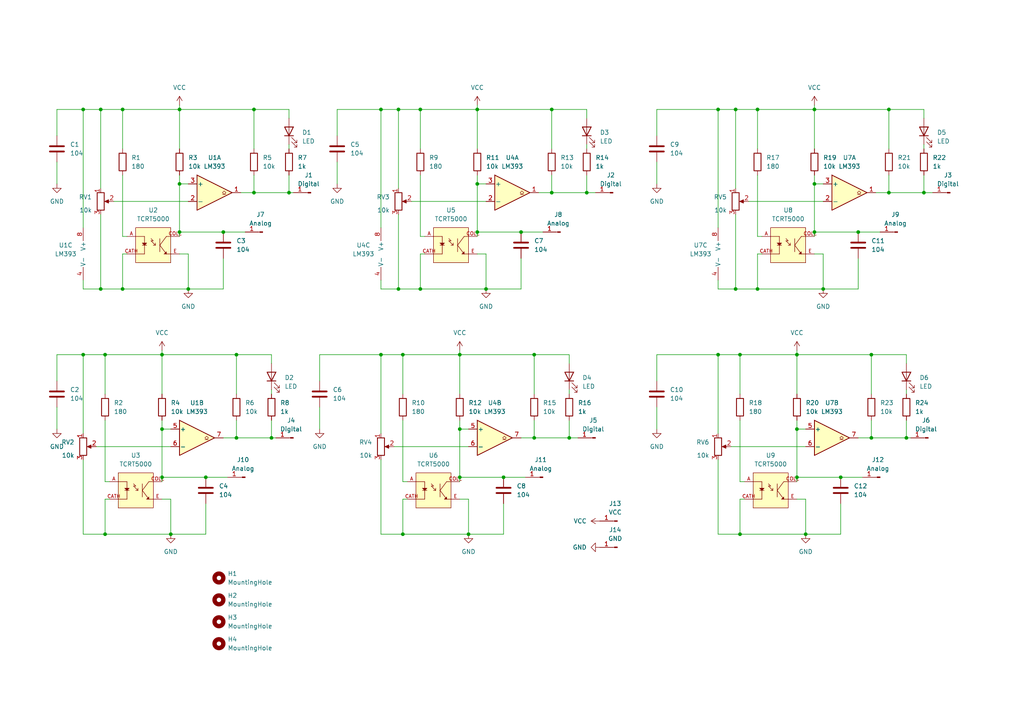
<source format=kicad_sch>
(kicad_sch (version 20230121) (generator eeschema)
  (paper "A4")
  (lib_symbols
    (symbol "Comparator:LM393" (pin_names (offset 0.127))
      (property "Reference" "U" (at 3.81 3.81 0))
      (property "Value" "LM393" (at 6.35 -3.81 0))
      (symbol "LM393_1_1"
        (polyline (pts (xy -5.08 5.08) (xy 5.08 0) (xy -5.08 -5.08) (xy -5.08 5.08)) (stroke (width 0.254)) (fill (type background)))
        (polyline (pts (xy 3.302 -0.508) (xy 2.794 -0.508) (xy 3.302 0) (xy 2.794 0.508) (xy 2.286 0) (xy 2.794 -0.508) (xy 2.286 -0.508)) (stroke (width 0.127)))
        (pin open_collector line (at 7.62 0 180) (length 2.54) (name "~") (number "1"))
        (pin input line (at -7.62 -2.54 0) (length 2.54) (name "-") (number "2"))
        (pin input line (at -7.62 2.54 0) (length 2.54) (name "+") (number "3"))
      )
      (symbol "LM393_2_1"
        (polyline (pts (xy -5.08 5.08) (xy 5.08 0) (xy -5.08 -5.08) (xy -5.08 5.08)) (stroke (width 0.254)) (fill (type background)))
        (polyline (pts (xy 3.302 -0.508) (xy 2.794 -0.508) (xy 3.302 0) (xy 2.794 0.508) (xy 2.286 0) (xy 2.794 -0.508) (xy 2.286 -0.508)) (stroke (width 0.127)))
        (pin input line (at -7.62 2.54 0) (length 2.54) (name "+") (number "5"))
        (pin input line (at -7.62 -2.54 0) (length 2.54) (name "-") (number "6"))
        (pin open_collector line (at 7.62 0 180) (length 2.54) (name "~") (number "7"))
      )
      (symbol "LM393_3_1"
        (pin power_in line (at -2.54 -7.62 90) (length 3.81) (name "V-") (number "4"))
        (pin power_in line (at -2.54 7.62 270) (length 3.81) (name "V+") (number "8"))
      )
    )
    (symbol "Connector:Conn_01x01_Pin" (pin_names (offset 1.016) hide)
      (property "Reference" "J" (at 0 2.54 0))
      (property "Value" "Conn_01x01_Pin" (at 0 -2.54 0))
      (symbol "Conn_01x01_Pin_1_1"
        (polyline (pts (xy 1.27 0) (xy 0.8636 0)) (stroke (width 0.1524)))
        (rectangle (start 0.8636 0.127) (end 0 -0.127) (stroke (width 0.1524)) (fill (type outline)))
        (pin passive line (at 5.08 0 180) (length 3.81) (name "Pin_1") (number "1"))
      )
    )
    (symbol "Device:C" (pin_numbers hide) (pin_names (offset 0.254))
      (property "Reference" "C" (at 0.635 2.54 0))
      (property "Value" "C" (at 0.635 -2.54 0))
      (symbol "C_0_1"
        (polyline (pts (xy -2.032 -0.762) (xy 2.032 -0.762)) (stroke (width 0.508)))
        (polyline (pts (xy -2.032 0.762) (xy 2.032 0.762)) (stroke (width 0.508)))
      )
      (symbol "C_1_1"
        (pin passive line (at 0 3.81 270) (length 2.794) (name "~") (number "1"))
        (pin passive line (at 0 -3.81 90) (length 2.794) (name "~") (number "2"))
      )
    )
    (symbol "Device:LED" (pin_numbers hide) (pin_names (offset 1.016) hide)
      (property "Reference" "D" (at 0 2.54 0))
      (property "Value" "LED" (at 0 -2.54 0))
      (symbol "LED_0_1"
        (polyline (pts (xy -1.27 -1.27) (xy -1.27 1.27)) (stroke (width 0.254)))
        (polyline (pts (xy -1.27 0) (xy 1.27 0)))
        (polyline (pts (xy 1.27 -1.27) (xy 1.27 1.27) (xy -1.27 0) (xy 1.27 -1.27)) (stroke (width 0.254)))
        (polyline (pts (xy -3.048 -0.762) (xy -4.572 -2.286) (xy -3.81 -2.286) (xy -4.572 -2.286) (xy -4.572 -1.524)))
        (polyline (pts (xy -1.778 -0.762) (xy -3.302 -2.286) (xy -2.54 -2.286) (xy -3.302 -2.286) (xy -3.302 -1.524)))
      )
      (symbol "LED_1_1"
        (pin passive line (at -3.81 0 0) (length 2.54) (name "K") (number "1"))
        (pin passive line (at 3.81 0 180) (length 2.54) (name "A") (number "2"))
      )
    )
    (symbol "Device:R" (pin_numbers hide) (pin_names (offset 0))
      (property "Reference" "R" (at 2.032 0 90))
      (property "Value" "R" (at 0 0 90))
      (symbol "R_0_1"
        (rectangle (start -1.016 -2.54) (end 1.016 2.54) (stroke (width 0.254)))
      )
      (symbol "R_1_1"
        (pin passive line (at 0 3.81 270) (length 1.27) (name "~") (number "1"))
        (pin passive line (at 0 -3.81 90) (length 1.27) (name "~") (number "2"))
      )
    )
    (symbol "Device:R_Potentiometer" (pin_names (offset 1.016) hide)
      (property "Reference" "RV" (at -4.445 0 90))
      (property "Value" "R_Potentiometer" (at -2.54 0 90))
      (symbol "R_Potentiometer_0_1"
        (polyline (pts (xy 2.54 0) (xy 1.524 0)))
        (polyline (pts (xy 1.143 0) (xy 2.286 0.508) (xy 2.286 -0.508) (xy 1.143 0)) (fill (type outline)))
        (rectangle (start 1.016 2.54) (end -1.016 -2.54) (stroke (width 0.254)))
      )
      (symbol "R_Potentiometer_1_1"
        (pin passive line (at 0 3.81 270) (length 1.27) (name "1") (number "1"))
        (pin passive line (at 3.81 0 180) (length 1.27) (name "2") (number "2"))
        (pin passive line (at 0 -3.81 90) (length 1.27) (name "3") (number "3"))
      )
    )
    (symbol "GND_5" (power) (pin_names (offset 0))
      (property "Value" "GND_5" (at 0 -3.81 0))
      (symbol "GND_5_0_1"
        (polyline (pts (xy 0 0) (xy 0 -1.27) (xy 1.27 -1.27) (xy 0 -2.54) (xy -1.27 -1.27) (xy 0 -1.27)))
      )
      (symbol "GND_5_1_1"
        (pin power_in line (at 0 0 270) (length 0) hide (name "GND") (number "1"))
      )
    )
    (symbol "Mechanical:MountingHole" (pin_names (offset 1.016))
      (property "Reference" "H" (at 0 5.08 0))
      (property "Value" "MountingHole" (at 0 3.175 0))
      (symbol "MountingHole_0_1"
        (circle (center 0 0) (radius 1.27) (stroke (width 1.27)))
      )
    )
    (symbol "TCRT5000:TCRT5000" (pin_names (offset 1.016))
      (property "Reference" "U" (at -5.0887 5.7248 0))
      (property "Value" "TCRT5000" (at -5.0838 -5.7193 0))
      (symbol "TCRT5000_0_0"
        (rectangle (start -5.08 -5.08) (end 5.08 5.08) (stroke (width 0.1524)) (fill (type background)))
        (polyline (pts (xy -5.08 2.54) (xy -2.54 2.54)) (stroke (width 0.1524)))
        (polyline (pts (xy -3.175 0) (xy -1.905 0)) (stroke (width 0.1524)))
        (polyline (pts (xy -2.54 -2.54) (xy -5.08 -2.54)) (stroke (width 0.1524)))
        (polyline (pts (xy -2.54 2.54) (xy -2.54 -2.54)) (stroke (width 0.1524)))
        (polyline (pts (xy -0.635 1.27) (xy 0.635 0)) (stroke (width 0.1524)))
        (polyline (pts (xy -0.635 1.905) (xy 0 1.27)) (stroke (width 0.1524)))
        (polyline (pts (xy 0 1.27) (xy -0.635 1.27)) (stroke (width 0.1524)))
        (polyline (pts (xy 0.635 0) (xy 0 0)) (stroke (width 0.1524)))
        (polyline (pts (xy 0.635 0.635) (xy 0.635 0)) (stroke (width 0.1524)))
        (polyline (pts (xy 1.905 0) (xy 1.905 -1.905)) (stroke (width 0.1524)))
        (polyline (pts (xy 1.905 0) (xy 3.81 -2.54)) (stroke (width 0.1524)))
        (polyline (pts (xy 1.905 0) (xy 3.81 2.54)) (stroke (width 0.1524)))
        (polyline (pts (xy 1.905 1.905) (xy 1.905 0)) (stroke (width 0.1524)))
        (polyline (pts (xy 3.81 -2.54) (xy 5.08 -2.54)) (stroke (width 0.1524)))
        (polyline (pts (xy 3.81 2.54) (xy 5.08 2.54)) (stroke (width 0.1524)))
        (polyline (pts (xy -3.175 0.635) (xy -1.905 0.635) (xy -2.54 0) (xy -3.175 0.635)) (stroke (width 0.1524)) (fill (type outline)))
        (polyline (pts (xy 3.175 -2.54) (xy 3.81 -2.54) (xy 3.81 -1.905) (xy 3.175 -2.54)) (stroke (width 0.1524)) (fill (type outline)))
        (pin passive line (at -7.62 2.54 0) (length 2.54) (name "~") (number "A"))
        (pin passive line (at -7.62 -2.54 0) (length 2.54) (name "~") (number "CATH"))
        (pin passive line (at 7.62 2.54 180) (length 2.54) (name "~") (number "COLL"))
        (pin passive line (at 7.62 -2.54 180) (length 2.54) (name "~") (number "E"))
      )
    )
    (symbol "power:VCC" (power) (pin_names (offset 0))
      (property "Value" "VCC" (at 0 3.81 0))
      (symbol "VCC_0_1"
        (polyline (pts (xy -0.762 1.27) (xy 0 2.54)))
        (polyline (pts (xy 0 0) (xy 0 2.54)))
        (polyline (pts (xy 0 2.54) (xy 0.762 1.27)))
      )
      (symbol "VCC_1_1"
        (pin power_in line (at 0 0 90) (length 0) hide (name "VCC") (number "1"))
      )
    )
  )
  (junction (at 236.22 53.34))
  (junction (at 146.05 138.43))
  (junction (at 49.53 154.94))
  (junction (at 110.49 31.75))
  (junction (at 138.43 53.34))
  (junction (at 121.92 31.75))
  (junction (at 154.94 127))
  (junction (at 160.02 31.75))
  (junction (at 115.57 83.82))
  (junction (at 213.36 83.82))
  (junction (at 46.99 138.43))
  (junction (at 231.14 124.46))
  (junction (at 252.73 127))
  (junction (at 257.81 55.88))
  (junction (at 262.89 127))
  (junction (at 68.58 102.87))
  (junction (at 52.07 31.75))
  (junction (at 213.36 31.75))
  (junction (at 24.13 102.87))
  (junction (at 35.56 31.75))
  (junction (at 59.69 138.43))
  (junction (at 52.07 67.31))
  (junction (at 214.63 102.87))
  (junction (at 115.57 31.75))
  (junction (at 252.73 102.87))
  (junction (at 121.92 83.82))
  (junction (at 116.84 154.94))
  (junction (at 214.63 154.94))
  (junction (at 236.22 31.75))
  (junction (at 236.22 67.31))
  (junction (at 238.76 83.82))
  (junction (at 243.84 138.43))
  (junction (at 208.28 102.87))
  (junction (at 54.61 83.82))
  (junction (at 116.84 102.87))
  (junction (at 133.35 102.87))
  (junction (at 68.58 127))
  (junction (at 73.66 31.75))
  (junction (at 231.14 138.43))
  (junction (at 73.66 55.88))
  (junction (at 133.35 124.46))
  (junction (at 248.92 67.31))
  (junction (at 154.94 102.87))
  (junction (at 165.1 127))
  (junction (at 267.97 55.88))
  (junction (at 170.18 55.88))
  (junction (at 35.56 83.82))
  (junction (at 78.74 127))
  (junction (at 46.99 124.46))
  (junction (at 46.99 102.87))
  (junction (at 151.13 67.31))
  (junction (at 29.21 31.75))
  (junction (at 110.49 102.87))
  (junction (at 138.43 67.31))
  (junction (at 231.14 102.87))
  (junction (at 52.07 53.34))
  (junction (at 64.77 67.31))
  (junction (at 138.43 31.75))
  (junction (at 30.48 154.94))
  (junction (at 233.68 154.94))
  (junction (at 133.35 138.43))
  (junction (at 160.02 55.88))
  (junction (at 140.97 83.82))
  (junction (at 29.21 83.82))
  (junction (at 208.28 31.75))
  (junction (at 219.71 31.75))
  (junction (at 257.81 31.75))
  (junction (at 24.13 31.75))
  (junction (at 30.48 102.87))
  (junction (at 135.89 154.94))
  (junction (at 219.71 83.82))
  (junction (at 83.82 55.88))
  (wire (pts (xy 73.66 55.88) (xy 73.66 50.8)))
  (wire (pts (xy 24.13 31.75) (xy 24.13 66.04)))
  (wire (pts (xy 215.9 144.78) (xy 214.63 144.78)))
  (wire (pts (xy 154.94 127) (xy 165.1 127)))
  (wire (pts (xy 52.07 50.8) (xy 52.07 53.34)))
  (wire (pts (xy 267.97 31.75) (xy 267.97 34.29)))
  (wire (pts (xy 170.18 31.75) (xy 160.02 31.75)))
  (wire (pts (xy 46.99 102.87) (xy 46.99 114.3)))
  (wire (pts (xy 115.57 83.82) (xy 121.92 83.82)))
  (wire (pts (xy 138.43 31.75) (xy 121.92 31.75)))
  (wire (pts (xy 30.48 102.87) (xy 30.48 114.3)))
  (wire (pts (xy 170.18 50.8) (xy 170.18 55.88)))
  (wire (pts (xy 151.13 67.31) (xy 138.43 67.31)))
  (wire (pts (xy 59.69 138.43) (xy 66.04 138.43)))
  (wire (pts (xy 151.13 83.82) (xy 140.97 83.82)))
  (wire (pts (xy 252.73 127) (xy 262.89 127)))
  (wire (pts (xy 16.51 110.49) (xy 16.51 102.87)))
  (wire (pts (xy 214.63 144.78) (xy 214.63 154.94)))
  (wire (pts (xy 236.22 53.34) (xy 236.22 67.31)))
  (wire (pts (xy 213.36 62.23) (xy 213.36 83.82)))
  (wire (pts (xy 267.97 55.88) (xy 270.51 55.88)))
  (wire (pts (xy 212.09 129.54) (xy 233.68 129.54)))
  (wire (pts (xy 219.71 50.8) (xy 219.71 68.58)))
  (wire (pts (xy 146.05 146.05) (xy 146.05 154.94)))
  (wire (pts (xy 248.92 67.31) (xy 255.27 67.31)))
  (wire (pts (xy 151.13 67.31) (xy 157.48 67.31)))
  (wire (pts (xy 52.07 30.48) (xy 52.07 31.75)))
  (wire (pts (xy 257.81 55.88) (xy 257.81 50.8)))
  (wire (pts (xy 30.48 121.92) (xy 30.48 139.7)))
  (wire (pts (xy 35.56 31.75) (xy 29.21 31.75)))
  (wire (pts (xy 170.18 31.75) (xy 170.18 34.29)))
  (wire (pts (xy 170.18 41.91) (xy 170.18 43.18)))
  (wire (pts (xy 121.92 83.82) (xy 140.97 83.82)))
  (wire (pts (xy 262.89 127) (xy 264.16 127)))
  (wire (pts (xy 110.49 154.94) (xy 116.84 154.94)))
  (wire (pts (xy 46.99 124.46) (xy 46.99 138.43)))
  (wire (pts (xy 138.43 30.48) (xy 138.43 31.75)))
  (wire (pts (xy 160.02 31.75) (xy 138.43 31.75)))
  (wire (pts (xy 46.99 121.92) (xy 46.99 124.46)))
  (wire (pts (xy 92.71 102.87) (xy 110.49 102.87)))
  (wire (pts (xy 73.66 55.88) (xy 83.82 55.88)))
  (wire (pts (xy 54.61 73.66) (xy 52.07 73.66)))
  (wire (pts (xy 231.14 138.43) (xy 231.14 139.7)))
  (wire (pts (xy 83.82 31.75) (xy 73.66 31.75)))
  (wire (pts (xy 252.73 102.87) (xy 231.14 102.87)))
  (wire (pts (xy 16.51 118.11) (xy 16.51 124.46)))
  (wire (pts (xy 140.97 53.34) (xy 138.43 53.34)))
  (wire (pts (xy 252.73 102.87) (xy 252.73 114.3)))
  (wire (pts (xy 52.07 31.75) (xy 52.07 43.18)))
  (wire (pts (xy 160.02 55.88) (xy 160.02 50.8)))
  (wire (pts (xy 46.99 101.6) (xy 46.99 102.87)))
  (wire (pts (xy 248.92 67.31) (xy 236.22 67.31)))
  (wire (pts (xy 257.81 31.75) (xy 257.81 43.18)))
  (wire (pts (xy 121.92 68.58) (xy 123.19 68.58)))
  (wire (pts (xy 73.66 31.75) (xy 73.66 43.18)))
  (wire (pts (xy 35.56 73.66) (xy 35.56 83.82)))
  (wire (pts (xy 78.74 121.92) (xy 78.74 127)))
  (wire (pts (xy 133.35 102.87) (xy 133.35 114.3)))
  (wire (pts (xy 217.17 58.42) (xy 238.76 58.42)))
  (wire (pts (xy 52.07 53.34) (xy 52.07 67.31)))
  (wire (pts (xy 49.53 124.46) (xy 46.99 124.46)))
  (wire (pts (xy 236.22 31.75) (xy 219.71 31.75)))
  (wire (pts (xy 231.14 102.87) (xy 214.63 102.87)))
  (wire (pts (xy 231.14 102.87) (xy 231.14 114.3)))
  (wire (pts (xy 68.58 127) (xy 68.58 121.92)))
  (wire (pts (xy 31.75 144.78) (xy 30.48 144.78)))
  (wire (pts (xy 133.35 121.92) (xy 133.35 124.46)))
  (wire (pts (xy 78.74 102.87) (xy 78.74 105.41)))
  (wire (pts (xy 78.74 102.87) (xy 68.58 102.87)))
  (wire (pts (xy 243.84 146.05) (xy 243.84 154.94)))
  (wire (pts (xy 135.89 144.78) (xy 133.35 144.78)))
  (wire (pts (xy 160.02 55.88) (xy 170.18 55.88)))
  (wire (pts (xy 116.84 144.78) (xy 116.84 154.94)))
  (wire (pts (xy 165.1 102.87) (xy 154.94 102.87)))
  (wire (pts (xy 165.1 127) (xy 167.64 127)))
  (wire (pts (xy 116.84 154.94) (xy 135.89 154.94)))
  (wire (pts (xy 243.84 154.94) (xy 233.68 154.94)))
  (wire (pts (xy 83.82 50.8) (xy 83.82 55.88)))
  (wire (pts (xy 35.56 31.75) (xy 35.56 43.18)))
  (wire (pts (xy 36.83 73.66) (xy 35.56 73.66)))
  (wire (pts (xy 83.82 31.75) (xy 83.82 34.29)))
  (wire (pts (xy 116.84 102.87) (xy 110.49 102.87)))
  (wire (pts (xy 154.94 127) (xy 154.94 121.92)))
  (wire (pts (xy 121.92 31.75) (xy 121.92 43.18)))
  (wire (pts (xy 154.94 102.87) (xy 133.35 102.87)))
  (wire (pts (xy 214.63 102.87) (xy 208.28 102.87)))
  (wire (pts (xy 46.99 138.43) (xy 46.99 139.7)))
  (wire (pts (xy 16.51 31.75) (xy 24.13 31.75)))
  (wire (pts (xy 165.1 121.92) (xy 165.1 127)))
  (wire (pts (xy 219.71 31.75) (xy 213.36 31.75)))
  (wire (pts (xy 140.97 73.66) (xy 138.43 73.66)))
  (wire (pts (xy 52.07 67.31) (xy 52.07 68.58)))
  (wire (pts (xy 165.1 113.03) (xy 165.1 114.3)))
  (wire (pts (xy 208.28 154.94) (xy 214.63 154.94)))
  (wire (pts (xy 220.98 73.66) (xy 219.71 73.66)))
  (wire (pts (xy 262.89 102.87) (xy 252.73 102.87)))
  (wire (pts (xy 16.51 46.99) (xy 16.51 53.34)))
  (wire (pts (xy 190.5 102.87) (xy 208.28 102.87)))
  (wire (pts (xy 115.57 31.75) (xy 115.57 54.61)))
  (wire (pts (xy 92.71 118.11) (xy 92.71 124.46)))
  (wire (pts (xy 29.21 62.23) (xy 29.21 83.82)))
  (wire (pts (xy 16.51 102.87) (xy 24.13 102.87)))
  (wire (pts (xy 29.21 83.82) (xy 35.56 83.82)))
  (wire (pts (xy 208.28 81.28) (xy 208.28 83.82)))
  (wire (pts (xy 24.13 154.94) (xy 30.48 154.94)))
  (wire (pts (xy 138.43 31.75) (xy 138.43 43.18)))
  (wire (pts (xy 238.76 73.66) (xy 236.22 73.66)))
  (wire (pts (xy 208.28 133.35) (xy 208.28 154.94)))
  (wire (pts (xy 110.49 83.82) (xy 115.57 83.82)))
  (wire (pts (xy 83.82 41.91) (xy 83.82 43.18)))
  (wire (pts (xy 233.68 124.46) (xy 231.14 124.46)))
  (wire (pts (xy 267.97 50.8) (xy 267.97 55.88)))
  (wire (pts (xy 248.92 74.93) (xy 248.92 83.82)))
  (wire (pts (xy 116.84 102.87) (xy 116.84 114.3)))
  (wire (pts (xy 68.58 102.87) (xy 46.99 102.87)))
  (wire (pts (xy 121.92 50.8) (xy 121.92 68.58)))
  (wire (pts (xy 35.56 68.58) (xy 36.83 68.58)))
  (wire (pts (xy 30.48 144.78) (xy 30.48 154.94)))
  (wire (pts (xy 214.63 154.94) (xy 233.68 154.94)))
  (wire (pts (xy 54.61 53.34) (xy 52.07 53.34)))
  (wire (pts (xy 219.71 73.66) (xy 219.71 83.82)))
  (wire (pts (xy 69.85 55.88) (xy 73.66 55.88)))
  (wire (pts (xy 154.94 102.87) (xy 154.94 114.3)))
  (wire (pts (xy 233.68 144.78) (xy 231.14 144.78)))
  (wire (pts (xy 208.28 83.82) (xy 213.36 83.82)))
  (wire (pts (xy 64.77 127) (xy 68.58 127)))
  (wire (pts (xy 97.79 31.75) (xy 110.49 31.75)))
  (wire (pts (xy 116.84 139.7) (xy 118.11 139.7)))
  (wire (pts (xy 27.94 129.54) (xy 49.53 129.54)))
  (wire (pts (xy 219.71 83.82) (xy 238.76 83.82)))
  (wire (pts (xy 156.21 55.88) (xy 160.02 55.88)))
  (wire (pts (xy 83.82 55.88) (xy 85.09 55.88)))
  (wire (pts (xy 160.02 31.75) (xy 160.02 43.18)))
  (wire (pts (xy 252.73 127) (xy 252.73 121.92)))
  (wire (pts (xy 49.53 154.94) (xy 49.53 144.78)))
  (wire (pts (xy 238.76 83.82) (xy 238.76 73.66)))
  (wire (pts (xy 30.48 154.94) (xy 49.53 154.94)))
  (wire (pts (xy 121.92 31.75) (xy 115.57 31.75)))
  (wire (pts (xy 146.05 154.94) (xy 135.89 154.94)))
  (wire (pts (xy 68.58 102.87) (xy 68.58 114.3)))
  (wire (pts (xy 59.69 146.05) (xy 59.69 154.94)))
  (wire (pts (xy 29.21 31.75) (xy 29.21 54.61)))
  (wire (pts (xy 64.77 67.31) (xy 71.12 67.31)))
  (wire (pts (xy 146.05 138.43) (xy 152.4 138.43)))
  (wire (pts (xy 121.92 73.66) (xy 121.92 83.82)))
  (wire (pts (xy 116.84 121.92) (xy 116.84 139.7)))
  (wire (pts (xy 52.07 31.75) (xy 35.56 31.75)))
  (wire (pts (xy 59.69 138.43) (xy 46.99 138.43)))
  (wire (pts (xy 33.02 58.42) (xy 54.61 58.42)))
  (wire (pts (xy 219.71 31.75) (xy 219.71 43.18)))
  (wire (pts (xy 151.13 74.93) (xy 151.13 83.82)))
  (wire (pts (xy 243.84 138.43) (xy 231.14 138.43)))
  (wire (pts (xy 64.77 83.82) (xy 54.61 83.82)))
  (wire (pts (xy 257.81 31.75) (xy 236.22 31.75)))
  (wire (pts (xy 59.69 154.94) (xy 49.53 154.94)))
  (wire (pts (xy 35.56 83.82) (xy 54.61 83.82)))
  (wire (pts (xy 35.56 50.8) (xy 35.56 68.58)))
  (wire (pts (xy 97.79 39.37) (xy 97.79 31.75)))
  (wire (pts (xy 243.84 138.43) (xy 250.19 138.43)))
  (wire (pts (xy 110.49 31.75) (xy 110.49 66.04)))
  (wire (pts (xy 119.38 58.42) (xy 140.97 58.42)))
  (wire (pts (xy 248.92 83.82) (xy 238.76 83.82)))
  (wire (pts (xy 262.89 113.03) (xy 262.89 114.3)))
  (wire (pts (xy 236.22 30.48) (xy 236.22 31.75)))
  (wire (pts (xy 133.35 124.46) (xy 133.35 138.43)))
  (wire (pts (xy 110.49 133.35) (xy 110.49 154.94)))
  (wire (pts (xy 214.63 121.92) (xy 214.63 139.7)))
  (wire (pts (xy 236.22 50.8) (xy 236.22 53.34)))
  (wire (pts (xy 233.68 154.94) (xy 233.68 144.78)))
  (wire (pts (xy 190.5 31.75) (xy 208.28 31.75)))
  (wire (pts (xy 190.5 110.49) (xy 190.5 102.87)))
  (wire (pts (xy 24.13 133.35) (xy 24.13 154.94)))
  (wire (pts (xy 138.43 53.34) (xy 138.43 67.31)))
  (wire (pts (xy 54.61 83.82) (xy 54.61 73.66)))
  (wire (pts (xy 92.71 110.49) (xy 92.71 102.87)))
  (wire (pts (xy 46.99 102.87) (xy 30.48 102.87)))
  (wire (pts (xy 78.74 113.03) (xy 78.74 114.3)))
  (wire (pts (xy 267.97 41.91) (xy 267.97 43.18)))
  (wire (pts (xy 231.14 121.92) (xy 231.14 124.46)))
  (wire (pts (xy 238.76 53.34) (xy 236.22 53.34)))
  (wire (pts (xy 115.57 62.23) (xy 115.57 83.82)))
  (wire (pts (xy 118.11 144.78) (xy 116.84 144.78)))
  (wire (pts (xy 219.71 68.58) (xy 220.98 68.58)))
  (wire (pts (xy 133.35 138.43) (xy 133.35 139.7)))
  (wire (pts (xy 151.13 127) (xy 154.94 127)))
  (wire (pts (xy 138.43 50.8) (xy 138.43 53.34)))
  (wire (pts (xy 114.3 129.54) (xy 135.89 129.54)))
  (wire (pts (xy 30.48 102.87) (xy 24.13 102.87)))
  (wire (pts (xy 213.36 31.75) (xy 208.28 31.75)))
  (wire (pts (xy 110.49 102.87) (xy 110.49 125.73)))
  (wire (pts (xy 190.5 39.37) (xy 190.5 31.75)))
  (wire (pts (xy 78.74 127) (xy 80.01 127)))
  (wire (pts (xy 231.14 124.46) (xy 231.14 138.43)))
  (wire (pts (xy 73.66 31.75) (xy 52.07 31.75)))
  (wire (pts (xy 135.89 154.94) (xy 135.89 144.78)))
  (wire (pts (xy 254 55.88) (xy 257.81 55.88)))
  (wire (pts (xy 97.79 46.99) (xy 97.79 53.34)))
  (wire (pts (xy 213.36 83.82) (xy 219.71 83.82)))
  (wire (pts (xy 16.51 39.37) (xy 16.51 31.75)))
  (wire (pts (xy 208.28 31.75) (xy 208.28 66.04)))
  (wire (pts (xy 214.63 139.7) (xy 215.9 139.7)))
  (wire (pts (xy 214.63 102.87) (xy 214.63 114.3)))
  (wire (pts (xy 133.35 101.6) (xy 133.35 102.87)))
  (wire (pts (xy 248.92 127) (xy 252.73 127)))
  (wire (pts (xy 262.89 102.87) (xy 262.89 105.41)))
  (wire (pts (xy 133.35 102.87) (xy 116.84 102.87)))
  (wire (pts (xy 146.05 138.43) (xy 133.35 138.43)))
  (wire (pts (xy 236.22 31.75) (xy 236.22 43.18)))
  (wire (pts (xy 208.28 102.87) (xy 208.28 125.73)))
  (wire (pts (xy 138.43 67.31) (xy 138.43 68.58)))
  (wire (pts (xy 213.36 31.75) (xy 213.36 54.61)))
  (wire (pts (xy 49.53 144.78) (xy 46.99 144.78)))
  (wire (pts (xy 236.22 67.31) (xy 236.22 68.58)))
  (wire (pts (xy 110.49 81.28) (xy 110.49 83.82)))
  (wire (pts (xy 257.81 55.88) (xy 267.97 55.88)))
  (wire (pts (xy 170.18 55.88) (xy 172.72 55.88)))
  (wire (pts (xy 165.1 102.87) (xy 165.1 105.41)))
  (wire (pts (xy 231.14 101.6) (xy 231.14 102.87)))
  (wire (pts (xy 64.77 67.31) (xy 52.07 67.31)))
  (wire (pts (xy 135.89 124.46) (xy 133.35 124.46)))
  (wire (pts (xy 262.89 121.92) (xy 262.89 127)))
  (wire (pts (xy 64.77 74.93) (xy 64.77 83.82)))
  (wire (pts (xy 190.5 118.11) (xy 190.5 124.46)))
  (wire (pts (xy 24.13 102.87) (xy 24.13 125.73)))
  (wire (pts (xy 140.97 83.82) (xy 140.97 73.66)))
  (wire (pts (xy 24.13 83.82) (xy 29.21 83.82)))
  (wire (pts (xy 190.5 46.99) (xy 190.5 53.34)))
  (wire (pts (xy 267.97 31.75) (xy 257.81 31.75)))
  (wire (pts (xy 29.21 31.75) (xy 24.13 31.75)))
  (wire (pts (xy 68.58 127) (xy 78.74 127)))
  (wire (pts (xy 24.13 81.28) (xy 24.13 83.82)))
  (wire (pts (xy 115.57 31.75) (xy 110.49 31.75)))
  (wire (pts (xy 30.48 139.7) (xy 31.75 139.7)))
  (wire (pts (xy 123.19 73.66) (xy 121.92 73.66)))
  (symbol (lib_id "Device:R") (at 214.63 118.11 0) (unit 1)
    (property "Reference" "R18" (at 217.17 116.84 0) (effects (justify left)))
    (property "Value" "180" (at 217.17 119.38 0) (effects (justify left)))
    (property "Footprint" "Resistor_SMD:R_0805_2012Metric_Pad1.20x1.40mm_HandSolder" (effects hide))
  )
  (symbol (lib_id "Device:C") (at 190.5 43.18 0) (unit 1)
    (property "Reference" "C9" (at 194.31 41.91 0) (effects (justify left)))
    (property "Value" "104" (at 194.31 44.45 0) (effects (justify left)))
    (property "Footprint" "Capacitor_SMD:C_0805_2012Metric_Pad1.18x1.45mm_HandSolder" (effects hide))
  )
  (symbol (lib_id "Connector:Conn_01x01_Pin") (at 71.12 138.43 180) (unit 1)
    (property "Reference" "J10" (at 70.485 133.35 0))
    (property "Value" "Analog" (at 70.485 135.89 0))
    (property "Footprint" "Connector_PinHeader_2.54mm:PinHeader_1x01_P2.54mm_Vertical" (effects hide))
  )
  (symbol (lib_id "TCRT5000:TCRT5000") (at 223.52 142.24 0) (unit 1)
    (property "Reference" "U9" (at 223.52 132.08 0))
    (property "Value" "TCRT5000" (at 223.52 134.62 0))
    (property "Footprint" "Custom:TCRT5000" (effects hide))
    (property "MF" "Vishay" (effects hide))
    (property "MAXIMUM_PACKAGE_HEIGHT" "7.2mm" (effects hide))
    (property "Package" "TCRT5000 Vishay" (effects hide))
    (property "Price" "None" (effects hide))
    (property "Check_prices" "https://www.snapeda.com/parts/TCRT5000/Vishay+Semiconductor+Opto+Division/view-part/?ref=eda" (effects hide))
    (property "STANDARD" "Manufacturer recommendations" (effects hide))
    (property "PARTREV" "1.7" (effects hide))
    (property "SnapEDA_Link" "https://www.snapeda.com/parts/TCRT5000/Vishay+Semiconductor+Opto+Division/view-part/?ref=snap" (effects hide))
    (property "MP" "TCRT5000" (effects hide))
    (property "Purchase-URL" "https://www.snapeda.com/api/url_track_click_mouser/?unipart_id=885229&manufacturer=Vishay&part_name=TCRT5000&search_term=tcrt5000" (effects hide))
    (property "Description" "\nReflective Optical Sensor 0.591 (15mm) PCB Mount\n" (effects hide))
    (property "Availability" "In Stock" (effects hide))
    (property "MANUFACTURER" "Vishay" (effects hide))
  )
  (symbol (lib_id "Comparator:LM393") (at 148.59 55.88 0) (unit 1)
    (property "Reference" "U4" (at 148.59 45.72 0))
    (property "Value" "LM393" (at 148.59 48.26 0))
    (property "Footprint" "Package_SO:SO-8_3.9x4.9mm_P1.27mm" (effects hide))
    (property "Datasheet" "http://www.ti.com/lit/ds/symlink/lm393.pdf" (effects hide))
  )
  (symbol (lib_id "Mechanical:MountingHole") (at 63.5 167.64 0) (unit 1)
    (property "Reference" "H1" (at 66.04 166.37 0) (effects (justify left)))
    (property "Value" "MountingHole" (at 66.04 168.91 0) (effects (justify left)))
    (property "Footprint" "MountingHole:MountingHole_2.2mm_M2" (effects hide))
  )
  (symbol (lib_id "TCRT5000:TCRT5000") (at 130.81 71.12 0) (unit 1)
    (property "Reference" "U5" (at 130.81 60.96 0))
    (property "Value" "TCRT5000" (at 130.81 63.5 0))
    (property "Footprint" "Custom:TCRT5000" (effects hide))
    (property "MF" "Vishay" (effects hide))
    (property "MAXIMUM_PACKAGE_HEIGHT" "7.2mm" (effects hide))
    (property "Package" "TCRT5000 Vishay" (effects hide))
    (property "Price" "None" (effects hide))
    (property "Check_prices" "https://www.snapeda.com/parts/TCRT5000/Vishay+Semiconductor+Opto+Division/view-part/?ref=eda" (effects hide))
    (property "STANDARD" "Manufacturer recommendations" (effects hide))
    (property "PARTREV" "1.7" (effects hide))
    (property "SnapEDA_Link" "https://www.snapeda.com/parts/TCRT5000/Vishay+Semiconductor+Opto+Division/view-part/?ref=snap" (effects hide))
    (property "MP" "TCRT5000" (effects hide))
    (property "Purchase-URL" "https://www.snapeda.com/api/url_track_click_mouser/?unipart_id=885229&manufacturer=Vishay&part_name=TCRT5000&search_term=tcrt5000" (effects hide))
    (property "Description" "\nReflective Optical Sensor 0.591 (15mm) PCB Mount\n" (effects hide))
    (property "Availability" "In Stock" (effects hide))
    (property "MANUFACTURER" "Vishay" (effects hide))
  )
  (symbol (lib_id "Device:C") (at 59.69 142.24 0) (unit 1)
    (property "Reference" "C4" (at 63.5 140.97 0) (effects (justify left)))
    (property "Value" "104" (at 63.5 143.51 0) (effects (justify left)))
    (property "Footprint" "Capacitor_SMD:C_0805_2012Metric_Pad1.18x1.45mm_HandSolder" (effects hide))
  )
  (symbol (lib_id "Device:R") (at 165.1 118.11 0) (unit 1)
    (property "Reference" "R16" (at 167.64 116.84 0) (effects (justify left)))
    (property "Value" "1k" (at 167.64 119.38 0) (effects (justify left)))
    (property "Footprint" "Resistor_SMD:R_0805_2012Metric_Pad1.20x1.40mm_HandSolder" (effects hide))
  )
  (symbol (lib_name "GND_5") (lib_id "power:GND") (at 97.79 53.34 0) (unit 1)
    (property "Reference" "#PWR07" (effects hide))
    (property "Value" "GND" (at 97.79 58.42 0))
  )
  (symbol (lib_id "TCRT5000:TCRT5000") (at 39.37 142.24 0) (unit 1)
    (property "Reference" "U3" (at 39.37 132.08 0))
    (property "Value" "TCRT5000" (at 39.37 134.62 0))
    (property "Footprint" "Custom:TCRT5000" (effects hide))
    (property "MF" "Vishay" (effects hide))
    (property "MAXIMUM_PACKAGE_HEIGHT" "7.2mm" (effects hide))
    (property "Package" "TCRT5000 Vishay" (effects hide))
    (property "Price" "None" (effects hide))
    (property "Check_prices" "https://www.snapeda.com/parts/TCRT5000/Vishay+Semiconductor+Opto+Division/view-part/?ref=eda" (effects hide))
    (property "STANDARD" "Manufacturer recommendations" (effects hide))
    (property "PARTREV" "1.7" (effects hide))
    (property "SnapEDA_Link" "https://www.snapeda.com/parts/TCRT5000/Vishay+Semiconductor+Opto+Division/view-part/?ref=snap" (effects hide))
    (property "MP" "TCRT5000" (effects hide))
    (property "Purchase-URL" "https://www.snapeda.com/api/url_track_click_mouser/?unipart_id=885229&manufacturer=Vishay&part_name=TCRT5000&search_term=tcrt5000" (effects hide))
    (property "Description" "\nReflective Optical Sensor 0.591 (15mm) PCB Mount\n" (effects hide))
    (property "Availability" "In Stock" (effects hide))
    (property "MANUFACTURER" "Vishay" (effects hide))
  )
  (symbol (lib_id "Device:R") (at 257.81 46.99 0) (unit 1)
    (property "Reference" "R21" (at 260.35 45.72 0) (effects (justify left)))
    (property "Value" "10k" (at 260.35 48.26 0) (effects (justify left)))
    (property "Footprint" "Resistor_SMD:R_0805_2012Metric_Pad1.20x1.40mm_HandSolder" (effects hide))
  )
  (symbol (lib_id "Device:R") (at 121.92 46.99 0) (unit 1)
    (property "Reference" "R9" (at 124.46 45.72 0) (effects (justify left)))
    (property "Value" "180" (at 124.46 48.26 0) (effects (justify left)))
    (property "Footprint" "Resistor_SMD:R_0805_2012Metric_Pad1.20x1.40mm_HandSolder" (effects hide))
  )
  (symbol (lib_id "Device:C") (at 243.84 142.24 0) (unit 1)
    (property "Reference" "C12" (at 247.65 140.97 0) (effects (justify left)))
    (property "Value" "104" (at 247.65 143.51 0) (effects (justify left)))
    (property "Footprint" "Capacitor_SMD:C_0805_2012Metric_Pad1.18x1.45mm_HandSolder" (effects hide))
  )
  (symbol (lib_id "Connector:Conn_01x01_Pin") (at 177.8 55.88 180) (unit 1)
    (property "Reference" "J2" (at 177.165 50.8 0))
    (property "Value" "Digital" (at 177.165 53.34 0))
    (property "Footprint" "Connector_PinHeader_2.54mm:PinHeader_1x01_P2.54mm_Vertical" (effects hide))
  )
  (symbol (lib_name "GND_5") (lib_id "power:GND") (at 54.61 83.82 0) (unit 1)
    (property "Reference" "#PWR04" (effects hide))
    (property "Value" "GND" (at 54.61 88.9 0))
  )
  (symbol (lib_id "Device:C") (at 146.05 142.24 0) (unit 1)
    (property "Reference" "C8" (at 149.86 140.97 0) (effects (justify left)))
    (property "Value" "104" (at 149.86 143.51 0) (effects (justify left)))
    (property "Footprint" "Capacitor_SMD:C_0805_2012Metric_Pad1.18x1.45mm_HandSolder" (effects hide))
  )
  (symbol (lib_id "Comparator:LM393") (at 210.82 73.66 0) (unit 3)
    (property "Reference" "U7" (at 203.2 71.12 0))
    (property "Value" "LM393" (at 203.2 73.66 0))
    (property "Footprint" "Package_SO:SO-8_3.9x4.9mm_P1.27mm" (effects hide))
    (property "Datasheet" "http://www.ti.com/lit/ds/symlink/lm393.pdf" (effects hide))
  )
  (symbol (lib_id "power:VCC") (at 133.35 101.6 0) (unit 1)
    (property "Reference" "#PWR011" (effects hide))
    (property "Value" "VCC" (at 133.35 96.52 0))
  )
  (symbol (lib_id "Device:R") (at 35.56 46.99 0) (unit 1)
    (property "Reference" "R1" (at 38.1 45.72 0) (effects (justify left)))
    (property "Value" "180" (at 38.1 48.26 0) (effects (justify left)))
    (property "Footprint" "Resistor_SMD:R_0805_2012Metric_Pad1.20x1.40mm_HandSolder" (effects hide))
  )
  (symbol (lib_id "Connector:Conn_01x01_Pin") (at 90.17 55.88 180) (unit 1)
    (property "Reference" "J1" (at 89.535 50.8 0))
    (property "Value" "Digital" (at 89.535 53.34 0))
    (property "Footprint" "Connector_PinHeader_2.54mm:PinHeader_1x01_P2.54mm_Vertical" (effects hide))
  )
  (symbol (lib_id "Device:R") (at 133.35 118.11 0) (unit 1)
    (property "Reference" "R12" (at 135.89 116.84 0) (effects (justify left)))
    (property "Value" "10k" (at 135.89 119.38 0) (effects (justify left)))
    (property "Footprint" "Resistor_SMD:R_0805_2012Metric_Pad1.20x1.40mm_HandSolder" (effects hide))
  )
  (symbol (lib_id "Device:R") (at 73.66 46.99 0) (unit 1)
    (property "Reference" "R5" (at 76.2 45.72 0) (effects (justify left)))
    (property "Value" "10k" (at 76.2 48.26 0) (effects (justify left)))
    (property "Footprint" "Resistor_SMD:R_0805_2012Metric_Pad1.20x1.40mm_HandSolder" (effects hide))
  )
  (symbol (lib_id "Connector:Conn_01x01_Pin") (at 76.2 67.31 180) (unit 1)
    (property "Reference" "J7" (at 75.565 62.23 0))
    (property "Value" "Analog" (at 75.565 64.77 0))
    (property "Footprint" "Connector_PinHeader_2.54mm:PinHeader_1x01_P2.54mm_Vertical" (effects hide))
  )
  (symbol (lib_id "TCRT5000:TCRT5000") (at 125.73 142.24 0) (unit 1)
    (property "Reference" "U6" (at 125.73 132.08 0))
    (property "Value" "TCRT5000" (at 125.73 134.62 0))
    (property "Footprint" "Custom:TCRT5000" (effects hide))
    (property "MF" "Vishay" (effects hide))
    (property "MAXIMUM_PACKAGE_HEIGHT" "7.2mm" (effects hide))
    (property "Package" "TCRT5000 Vishay" (effects hide))
    (property "Price" "None" (effects hide))
    (property "Check_prices" "https://www.snapeda.com/parts/TCRT5000/Vishay+Semiconductor+Opto+Division/view-part/?ref=eda" (effects hide))
    (property "STANDARD" "Manufacturer recommendations" (effects hide))
    (property "PARTREV" "1.7" (effects hide))
    (property "SnapEDA_Link" "https://www.snapeda.com/parts/TCRT5000/Vishay+Semiconductor+Opto+Division/view-part/?ref=snap" (effects hide))
    (property "MP" "TCRT5000" (effects hide))
    (property "Purchase-URL" "https://www.snapeda.com/api/url_track_click_mouser/?unipart_id=885229&manufacturer=Vishay&part_name=TCRT5000&search_term=tcrt5000" (effects hide))
    (property "Description" "\nReflective Optical Sensor 0.591 (15mm) PCB Mount\n" (effects hide))
    (property "Availability" "In Stock" (effects hide))
    (property "MANUFACTURER" "Vishay" (effects hide))
  )
  (symbol (lib_id "Device:R_Potentiometer") (at 208.28 129.54 0) (unit 1)
    (property "Reference" "RV6" (at 205.74 128.27 0) (effects (justify right)))
    (property "Value" "10k" (at 205.74 132.08 0) (effects (justify right)))
    (property "Footprint" "Potentiometer_THT:Potentiometer_Bourns_3296W_Vertical" (effects hide))
  )
  (symbol (lib_name "GND_5") (lib_id "power:GND") (at 190.5 124.46 0) (unit 1)
    (property "Reference" "#PWR014" (effects hide))
    (property "Value" "GND" (at 190.5 129.54 0))
  )
  (symbol (lib_id "Device:R") (at 30.48 118.11 0) (unit 1)
    (property "Reference" "R2" (at 33.02 116.84 0) (effects (justify left)))
    (property "Value" "180" (at 33.02 119.38 0) (effects (justify left)))
    (property "Footprint" "Resistor_SMD:R_0805_2012Metric_Pad1.20x1.40mm_HandSolder" (effects hide))
  )
  (symbol (lib_name "GND_5") (lib_id "power:GND") (at 16.51 124.46 0) (unit 1)
    (property "Reference" "#PWR02" (effects hide))
    (property "Value" "GND" (at 16.51 129.54 0))
  )
  (symbol (lib_id "Connector:Conn_01x01_Pin") (at 275.59 55.88 180) (unit 1)
    (property "Reference" "J3" (at 274.955 50.8 0))
    (property "Value" "Digital" (at 274.955 53.34 0))
    (property "Footprint" "Connector_PinHeader_2.54mm:PinHeader_1x01_P2.54mm_Vertical" (effects hide))
  )
  (symbol (lib_id "Device:R") (at 231.14 118.11 0) (unit 1)
    (property "Reference" "R20" (at 233.68 116.84 0) (effects (justify left)))
    (property "Value" "10k" (at 233.68 119.38 0) (effects (justify left)))
    (property "Footprint" "Resistor_SMD:R_0805_2012Metric_Pad1.20x1.40mm_HandSolder" (effects hide))
  )
  (symbol (lib_name "GND_5") (lib_id "power:GND") (at 49.53 154.94 0) (unit 1)
    (property "Reference" "#PWR06" (effects hide))
    (property "Value" "GND" (at 49.53 160.02 0))
  )
  (symbol (lib_id "Device:LED") (at 262.89 109.22 90) (unit 1)
    (property "Reference" "D6" (at 266.7 109.5375 90) (effects (justify right)))
    (property "Value" "LED" (at 266.7 112.0775 90) (effects (justify right)))
    (property "Footprint" "LED_SMD:LED_0805_2012Metric_Pad1.15x1.40mm_HandSolder" (effects hide))
  )
  (symbol (lib_id "Connector:Conn_01x01_Pin") (at 255.27 138.43 180) (unit 1)
    (property "Reference" "J12" (at 254.635 133.35 0))
    (property "Value" "Analog" (at 254.635 135.89 0))
    (property "Footprint" "Connector_PinHeader_2.54mm:PinHeader_1x01_P2.54mm_Vertical" (effects hide))
  )
  (symbol (lib_id "Connector:Conn_01x01_Pin") (at 85.09 127 180) (unit 1)
    (property "Reference" "J4" (at 84.455 121.92 0))
    (property "Value" "Digital" (at 84.455 124.46 0))
    (property "Footprint" "Connector_PinHeader_2.54mm:PinHeader_1x01_P2.54mm_Vertical" (effects hide))
  )
  (symbol (lib_id "Device:R_Potentiometer") (at 24.13 129.54 0) (unit 1)
    (property "Reference" "RV2" (at 21.59 128.27 0) (effects (justify right)))
    (property "Value" "10k" (at 21.59 132.08 0) (effects (justify right)))
    (property "Footprint" "Potentiometer_THT:Potentiometer_Bourns_3296W_Vertical" (effects hide))
  )
  (symbol (lib_id "Device:LED") (at 83.82 38.1 90) (unit 1)
    (property "Reference" "D1" (at 87.63 38.4175 90) (effects (justify right)))
    (property "Value" "LED" (at 87.63 40.9575 90) (effects (justify right)))
    (property "Footprint" "LED_SMD:LED_0805_2012Metric_Pad1.15x1.40mm_HandSolder" (effects hide))
  )
  (symbol (lib_id "Device:C") (at 16.51 43.18 0) (unit 1)
    (property "Reference" "C1" (at 20.32 41.91 0) (effects (justify left)))
    (property "Value" "104" (at 20.32 44.45 0) (effects (justify left)))
    (property "Footprint" "Capacitor_SMD:C_0805_2012Metric_Pad1.18x1.45mm_HandSolder" (effects hide))
  )
  (symbol (lib_id "Device:R") (at 267.97 46.99 0) (unit 1)
    (property "Reference" "R22" (at 270.51 45.72 0) (effects (justify left)))
    (property "Value" "1k" (at 270.51 48.26 0) (effects (justify left)))
    (property "Footprint" "Resistor_SMD:R_0805_2012Metric_Pad1.20x1.40mm_HandSolder" (effects hide))
  )
  (symbol (lib_id "Connector:Conn_01x01_Pin") (at 172.72 127 180) (unit 1)
    (property "Reference" "J5" (at 172.085 121.92 0))
    (property "Value" "Digital" (at 172.085 124.46 0))
    (property "Footprint" "Connector_PinHeader_2.54mm:PinHeader_1x01_P2.54mm_Vertical" (effects hide))
  )
  (symbol (lib_id "Comparator:LM393") (at 143.51 127 0) (unit 2)
    (property "Reference" "U4" (at 143.51 116.84 0))
    (property "Value" "LM393" (at 143.51 119.38 0))
    (property "Footprint" "Package_SO:SO-8_3.9x4.9mm_P1.27mm" (effects hide))
    (property "Datasheet" "http://www.ti.com/lit/ds/symlink/lm393.pdf" (effects hide))
  )
  (symbol (lib_id "Device:R") (at 116.84 118.11 0) (unit 1)
    (property "Reference" "R10" (at 119.38 116.84 0) (effects (justify left)))
    (property "Value" "180" (at 119.38 119.38 0) (effects (justify left)))
    (property "Footprint" "Resistor_SMD:R_0805_2012Metric_Pad1.20x1.40mm_HandSolder" (effects hide))
  )
  (symbol (lib_id "Comparator:LM393") (at 113.03 73.66 0) (unit 3)
    (property "Reference" "U4" (at 105.41 71.12 0))
    (property "Value" "LM393" (at 105.41 73.66 0))
    (property "Footprint" "Package_SO:SO-8_3.9x4.9mm_P1.27mm" (effects hide))
    (property "Datasheet" "http://www.ti.com/lit/ds/symlink/lm393.pdf" (effects hide))
  )
  (symbol (lib_id "Comparator:LM393") (at 241.3 127 0) (unit 2)
    (property "Reference" "U7" (at 241.3 116.84 0))
    (property "Value" "LM393" (at 241.3 119.38 0))
    (property "Footprint" "Package_SO:SO-8_3.9x4.9mm_P1.27mm" (effects hide))
    (property "Datasheet" "http://www.ti.com/lit/ds/symlink/lm393.pdf" (effects hide))
  )
  (symbol (lib_name "GND_5") (lib_id "power:GND") (at 190.5 53.34 0) (unit 1)
    (property "Reference" "#PWR013" (effects hide))
    (property "Value" "GND" (at 190.5 58.42 0))
  )
  (symbol (lib_id "Comparator:LM393") (at 62.23 55.88 0) (unit 1)
    (property "Reference" "U1" (at 62.23 45.72 0))
    (property "Value" "LM393" (at 62.23 48.26 0))
    (property "Footprint" "Package_SO:SO-8_3.9x4.9mm_P1.27mm" (effects hide))
    (property "Datasheet" "http://www.ti.com/lit/ds/symlink/lm393.pdf" (effects hide))
  )
  (symbol (lib_id "Device:C") (at 16.51 114.3 0) (unit 1)
    (property "Reference" "C2" (at 20.32 113.03 0) (effects (justify left)))
    (property "Value" "104" (at 20.32 115.57 0) (effects (justify left)))
    (property "Footprint" "Capacitor_SMD:C_0805_2012Metric_Pad1.18x1.45mm_HandSolder" (effects hide))
  )
  (symbol (lib_id "Device:C") (at 92.71 114.3 0) (unit 1)
    (property "Reference" "C6" (at 96.52 113.03 0) (effects (justify left)))
    (property "Value" "104" (at 96.52 115.57 0) (effects (justify left)))
    (property "Footprint" "Capacitor_SMD:C_0805_2012Metric_Pad1.18x1.45mm_HandSolder" (effects hide))
  )
  (symbol (lib_id "Device:R") (at 160.02 46.99 0) (unit 1)
    (property "Reference" "R13" (at 162.56 45.72 0) (effects (justify left)))
    (property "Value" "10k" (at 162.56 48.26 0) (effects (justify left)))
    (property "Footprint" "Resistor_SMD:R_0805_2012Metric_Pad1.20x1.40mm_HandSolder" (effects hide))
  )
  (symbol (lib_id "Mechanical:MountingHole") (at 63.5 173.99 0) (unit 1)
    (property "Reference" "H2" (at 66.04 172.72 0) (effects (justify left)))
    (property "Value" "MountingHole" (at 66.04 175.26 0) (effects (justify left)))
    (property "Footprint" "MountingHole:MountingHole_2.2mm_M2" (effects hide))
  )
  (symbol (lib_name "GND_5") (lib_id "power:GND") (at 233.68 154.94 0) (unit 1)
    (property "Reference" "#PWR018" (effects hide))
    (property "Value" "GND" (at 233.68 160.02 0))
  )
  (symbol (lib_id "power:VCC") (at 236.22 30.48 0) (unit 1)
    (property "Reference" "#PWR015" (effects hide))
    (property "Value" "VCC" (at 236.22 25.4 0))
  )
  (symbol (lib_id "Device:R") (at 46.99 118.11 0) (unit 1)
    (property "Reference" "R4" (at 49.53 116.84 0) (effects (justify left)))
    (property "Value" "10k" (at 49.53 119.38 0) (effects (justify left)))
    (property "Footprint" "Resistor_SMD:R_0805_2012Metric_Pad1.20x1.40mm_HandSolder" (effects hide))
  )
  (symbol (lib_id "Device:LED") (at 170.18 38.1 90) (unit 1)
    (property "Reference" "D3" (at 173.99 38.4175 90) (effects (justify right)))
    (property "Value" "LED" (at 173.99 40.9575 90) (effects (justify right)))
    (property "Footprint" "LED_SMD:LED_0805_2012Metric_Pad1.15x1.40mm_HandSolder" (effects hide))
  )
  (symbol (lib_name "GND_5") (lib_id "power:GND") (at 92.71 124.46 0) (unit 1)
    (property "Reference" "#PWR08" (effects hide))
    (property "Value" "GND" (at 92.71 129.54 0))
  )
  (symbol (lib_name "GND_5") (lib_id "power:GND") (at 173.99 158.75 270) (unit 1)
    (property "Reference" "#PWR020" (effects hide))
    (property "Value" "GND" (at 170.18 158.75 90) (effects (justify right)))
  )
  (symbol (lib_id "Connector:Conn_01x01_Pin") (at 162.56 67.31 180) (unit 1)
    (property "Reference" "J8" (at 161.925 62.23 0))
    (property "Value" "Analog" (at 161.925 64.77 0))
    (property "Footprint" "Connector_PinHeader_2.54mm:PinHeader_1x01_P2.54mm_Vertical" (effects hide))
  )
  (symbol (lib_id "Device:C") (at 97.79 43.18 0) (unit 1)
    (property "Reference" "C5" (at 101.6 41.91 0) (effects (justify left)))
    (property "Value" "104" (at 101.6 44.45 0) (effects (justify left)))
    (property "Footprint" "Capacitor_SMD:C_0805_2012Metric_Pad1.18x1.45mm_HandSolder" (effects hide))
  )
  (symbol (lib_id "Device:R") (at 262.89 118.11 0) (unit 1)
    (property "Reference" "R24" (at 265.43 116.84 0) (effects (justify left)))
    (property "Value" "1k" (at 265.43 119.38 0) (effects (justify left)))
    (property "Footprint" "Resistor_SMD:R_0805_2012Metric_Pad1.20x1.40mm_HandSolder" (effects hide))
  )
  (symbol (lib_id "power:VCC") (at 46.99 101.6 0) (unit 1)
    (property "Reference" "#PWR05" (effects hide))
    (property "Value" "VCC" (at 46.99 96.52 0))
  )
  (symbol (lib_id "Device:R_Potentiometer") (at 213.36 58.42 0) (unit 1)
    (property "Reference" "RV5" (at 210.82 57.15 0) (effects (justify right)))
    (property "Value" "10k" (at 210.82 60.96 0) (effects (justify right)))
    (property "Footprint" "Potentiometer_THT:Potentiometer_Bourns_3296W_Vertical" (effects hide))
  )
  (symbol (lib_id "Device:C") (at 248.92 71.12 0) (unit 1)
    (property "Reference" "C11" (at 252.73 69.85 0) (effects (justify left)))
    (property "Value" "104" (at 252.73 72.39 0) (effects (justify left)))
    (property "Footprint" "Capacitor_SMD:C_0805_2012Metric_Pad1.18x1.45mm_HandSolder" (effects hide))
  )
  (symbol (lib_id "Comparator:LM393") (at 57.15 127 0) (unit 2)
    (property "Reference" "U1" (at 57.15 116.84 0))
    (property "Value" "LM393" (at 57.15 119.38 0))
    (property "Footprint" "Package_SO:SO-8_3.9x4.9mm_P1.27mm" (effects hide))
    (property "Datasheet" "http://www.ti.com/lit/ds/symlink/lm393.pdf" (effects hide))
  )
  (symbol (lib_id "Connector:Conn_01x01_Pin") (at 269.24 127 180) (unit 1)
    (property "Reference" "J6" (at 268.605 121.92 0))
    (property "Value" "Digital" (at 268.605 124.46 0))
    (property "Footprint" "Connector_PinHeader_2.54mm:PinHeader_1x01_P2.54mm_Vertical" (effects hide))
  )
  (symbol (lib_name "GND_5") (lib_id "power:GND") (at 238.76 83.82 0) (unit 1)
    (property "Reference" "#PWR016" (effects hide))
    (property "Value" "GND" (at 238.76 88.9 0))
  )
  (symbol (lib_id "Connector:Conn_01x01_Pin") (at 157.48 138.43 180) (unit 1)
    (property "Reference" "J11" (at 156.845 133.35 0))
    (property "Value" "Analog" (at 156.845 135.89 0))
    (property "Footprint" "Connector_PinHeader_2.54mm:PinHeader_1x01_P2.54mm_Vertical" (effects hide))
  )
  (symbol (lib_id "power:VCC") (at 231.14 101.6 0) (unit 1)
    (property "Reference" "#PWR017" (effects hide))
    (property "Value" "VCC" (at 231.14 96.52 0))
  )
  (symbol (lib_name "GND_5") (lib_id "power:GND") (at 135.89 154.94 0) (unit 1)
    (property "Reference" "#PWR012" (effects hide))
    (property "Value" "GND" (at 135.89 160.02 0))
  )
  (symbol (lib_id "Device:R_Potentiometer") (at 115.57 58.42 0) (unit 1)
    (property "Reference" "RV3" (at 113.03 57.15 0) (effects (justify right)))
    (property "Value" "10k" (at 113.03 60.96 0) (effects (justify right)))
    (property "Footprint" "Potentiometer_THT:Potentiometer_Bourns_3296W_Vertical" (effects hide))
  )
  (symbol (lib_id "Device:R") (at 138.43 46.99 0) (unit 1)
    (property "Reference" "R11" (at 140.97 45.72 0) (effects (justify left)))
    (property "Value" "10k" (at 140.97 48.26 0) (effects (justify left)))
    (property "Footprint" "Resistor_SMD:R_0805_2012Metric_Pad1.20x1.40mm_HandSolder" (effects hide))
  )
  (symbol (lib_id "Device:R") (at 154.94 118.11 0) (unit 1)
    (property "Reference" "R15" (at 157.48 116.84 0) (effects (justify left)))
    (property "Value" "10k" (at 157.48 119.38 0) (effects (justify left)))
    (property "Footprint" "Resistor_SMD:R_0805_2012Metric_Pad1.20x1.40mm_HandSolder" (effects hide))
  )
  (symbol (lib_id "Device:C") (at 151.13 71.12 0) (unit 1)
    (property "Reference" "C7" (at 154.94 69.85 0) (effects (justify left)))
    (property "Value" "104" (at 154.94 72.39 0) (effects (justify left)))
    (property "Footprint" "Capacitor_SMD:C_0805_2012Metric_Pad1.18x1.45mm_HandSolder" (effects hide))
  )
  (symbol (lib_id "power:VCC") (at 52.07 30.48 0) (unit 1)
    (property "Reference" "#PWR03" (effects hide))
    (property "Value" "VCC" (at 52.07 25.4 0))
  )
  (symbol (lib_name "GND_5") (lib_id "power:GND") (at 16.51 53.34 0) (unit 1)
    (property "Reference" "#PWR01" (effects hide))
    (property "Value" "GND" (at 16.51 58.42 0))
  )
  (symbol (lib_id "Comparator:LM393") (at 246.38 55.88 0) (unit 1)
    (property "Reference" "U7" (at 246.38 45.72 0))
    (property "Value" "LM393" (at 246.38 48.26 0))
    (property "Footprint" "Package_SO:SO-8_3.9x4.9mm_P1.27mm" (effects hide))
    (property "Datasheet" "http://www.ti.com/lit/ds/symlink/lm393.pdf" (effects hide))
  )
  (symbol (lib_id "Device:C") (at 190.5 114.3 0) (unit 1)
    (property "Reference" "C10" (at 194.31 113.03 0) (effects (justify left)))
    (property "Value" "104" (at 194.31 115.57 0) (effects (justify left)))
    (property "Footprint" "Capacitor_SMD:C_0805_2012Metric_Pad1.18x1.45mm_HandSolder" (effects hide))
  )
  (symbol (lib_id "Mechanical:MountingHole") (at 63.5 180.34 0) (unit 1)
    (property "Reference" "H3" (at 66.04 179.07 0) (effects (justify left)))
    (property "Value" "MountingHole" (at 66.04 181.61 0) (effects (justify left)))
    (property "Footprint" "MountingHole:MountingHole_2.2mm_M2" (effects hide))
  )
  (symbol (lib_id "power:VCC") (at 138.43 30.48 0) (unit 1)
    (property "Reference" "#PWR09" (effects hide))
    (property "Value" "VCC" (at 138.43 25.4 0))
  )
  (symbol (lib_id "Device:R") (at 68.58 118.11 0) (unit 1)
    (property "Reference" "R6" (at 71.12 116.84 0) (effects (justify left)))
    (property "Value" "10k" (at 71.12 119.38 0) (effects (justify left)))
    (property "Footprint" "Resistor_SMD:R_0805_2012Metric_Pad1.20x1.40mm_HandSolder" (effects hide))
  )
  (symbol (lib_id "Connector:Conn_01x01_Pin") (at 179.07 151.13 180) (unit 1)
    (property "Reference" "J13" (at 178.435 146.05 0))
    (property "Value" "VCC" (at 178.435 148.59 0))
    (property "Footprint" "Connector_PinHeader_2.54mm:PinHeader_1x01_P2.54mm_Vertical" (effects hide))
  )
  (symbol (lib_id "Device:LED") (at 78.74 109.22 90) (unit 1)
    (property "Reference" "D2" (at 82.55 109.5375 90) (effects (justify right)))
    (property "Value" "LED" (at 82.55 112.0775 90) (effects (justify right)))
    (property "Footprint" "LED_SMD:LED_0805_2012Metric_Pad1.15x1.40mm_HandSolder" (effects hide))
  )
  (symbol (lib_id "power:VCC") (at 173.99 151.13 90) (unit 1)
    (property "Reference" "#PWR019" (effects hide))
    (property "Value" "VCC" (at 170.18 151.13 90) (effects (justify left)))
  )
  (symbol (lib_id "Device:LED") (at 165.1 109.22 90) (unit 1)
    (property "Reference" "D4" (at 168.91 109.5375 90) (effects (justify right)))
    (property "Value" "LED" (at 168.91 112.0775 90) (effects (justify right)))
    (property "Footprint" "LED_SMD:LED_0805_2012Metric_Pad1.15x1.40mm_HandSolder" (effects hide))
  )
  (symbol (lib_id "Device:R") (at 252.73 118.11 0) (unit 1)
    (property "Reference" "R23" (at 255.27 116.84 0) (effects (justify left)))
    (property "Value" "10k" (at 255.27 119.38 0) (effects (justify left)))
    (property "Footprint" "Resistor_SMD:R_0805_2012Metric_Pad1.20x1.40mm_HandSolder" (effects hide))
  )
  (symbol (lib_id "Comparator:LM393") (at 26.67 73.66 0) (unit 3)
    (property "Reference" "U1" (at 19.05 71.12 0))
    (property "Value" "LM393" (at 19.05 73.66 0))
    (property "Footprint" "Package_SO:SO-8_3.9x4.9mm_P1.27mm" (effects hide))
    (property "Datasheet" "http://www.ti.com/lit/ds/symlink/lm393.pdf" (effects hide))
  )
  (symbol (lib_id "Device:R") (at 236.22 46.99 0) (unit 1)
    (property "Reference" "R19" (at 238.76 45.72 0) (effects (justify left)))
    (property "Value" "10k" (at 238.76 48.26 0) (effects (justify left)))
    (property "Footprint" "Resistor_SMD:R_0805_2012Metric_Pad1.20x1.40mm_HandSolder" (effects hide))
  )
  (symbol (lib_id "Device:R") (at 170.18 46.99 0) (unit 1)
    (property "Reference" "R14" (at 172.72 45.72 0) (effects (justify left)))
    (property "Value" "1k" (at 172.72 48.26 0) (effects (justify left)))
    (property "Footprint" "Resistor_SMD:R_0805_2012Metric_Pad1.20x1.40mm_HandSolder" (effects hide))
  )
  (symbol (lib_id "Mechanical:MountingHole") (at 63.5 186.69 0) (unit 1)
    (property "Reference" "H4" (at 66.04 185.42 0) (effects (justify left)))
    (property "Value" "MountingHole" (at 66.04 187.96 0) (effects (justify left)))
    (property "Footprint" "MountingHole:MountingHole_2.2mm_M2" (effects hide))
  )
  (symbol (lib_id "Connector:Conn_01x01_Pin") (at 179.07 158.75 180) (unit 1)
    (property "Reference" "J14" (at 178.435 153.67 0))
    (property "Value" "GND" (at 178.435 156.21 0))
    (property "Footprint" "Connector_PinHeader_2.54mm:PinHeader_1x01_P2.54mm_Vertical" (effects hide))
  )
  (symbol (lib_id "Device:R") (at 52.07 46.99 0) (unit 1)
    (property "Reference" "R3" (at 54.61 45.72 0) (effects (justify left)))
    (property "Value" "10k" (at 54.61 48.26 0) (effects (justify left)))
    (property "Footprint" "Resistor_SMD:R_0805_2012Metric_Pad1.20x1.40mm_HandSolder" (effects hide))
  )
  (symbol (lib_id "Device:R_Potentiometer") (at 29.21 58.42 0) (unit 1)
    (property "Reference" "RV1" (at 26.67 57.15 0) (effects (justify right)))
    (property "Value" "10k" (at 26.67 60.96 0) (effects (justify right)))
    (property "Footprint" "Potentiometer_THT:Potentiometer_Bourns_3296W_Vertical" (effects hide))
  )
  (symbol (lib_id "Device:LED") (at 267.97 38.1 90) (unit 1)
    (property "Reference" "D5" (at 271.78 38.4175 90) (effects (justify right)))
    (property "Value" "LED" (at 271.78 40.9575 90) (effects (justify right)))
    (property "Footprint" "LED_SMD:LED_0805_2012Metric_Pad1.15x1.40mm_HandSolder" (effects hide))
  )
  (symbol (lib_id "Connector:Conn_01x01_Pin") (at 260.35 67.31 180) (unit 1)
    (property "Reference" "J9" (at 259.715 62.23 0))
    (property "Value" "Analog" (at 259.715 64.77 0))
    (property "Footprint" "Connector_PinHeader_2.54mm:PinHeader_1x01_P2.54mm_Vertical" (effects hide))
  )
  (symbol (lib_id "Device:R_Potentiometer") (at 110.49 129.54 0) (unit 1)
    (property "Reference" "RV4" (at 107.95 128.27 0) (effects (justify right)))
    (property "Value" "10k" (at 107.95 132.08 0) (effects (justify right)))
    (property "Footprint" "Potentiometer_THT:Potentiometer_Bourns_3296W_Vertical" (effects hide))
  )
  (symbol (lib_id "Device:R") (at 83.82 46.99 0) (unit 1)
    (property "Reference" "R7" (at 86.36 45.72 0) (effects (justify left)))
    (property "Value" "1k" (at 86.36 48.26 0) (effects (justify left)))
    (property "Footprint" "Resistor_SMD:R_0805_2012Metric_Pad1.20x1.40mm_HandSolder" (effects hide))
  )
  (symbol (lib_id "Device:R") (at 78.74 118.11 0) (unit 1)
    (property "Reference" "R8" (at 81.28 116.84 0) (effects (justify left)))
    (property "Value" "1k" (at 81.28 119.38 0) (effects (justify left)))
    (property "Footprint" "Resistor_SMD:R_0805_2012Metric_Pad1.20x1.40mm_HandSolder" (effects hide))
  )
  (symbol (lib_id "TCRT5000:TCRT5000") (at 228.6 71.12 0) (unit 1)
    (property "Reference" "U8" (at 228.6 60.96 0))
    (property "Value" "TCRT5000" (at 228.6 63.5 0))
    (property "Footprint" "Custom:TCRT5000" (effects hide))
    (property "MF" "Vishay" (effects hide))
    (property "MAXIMUM_PACKAGE_HEIGHT" "7.2mm" (effects hide))
    (property "Package" "TCRT5000 Vishay" (effects hide))
    (property "Price" "None" (effects hide))
    (property "Check_prices" "https://www.snapeda.com/parts/TCRT5000/Vishay+Semiconductor+Opto+Division/view-part/?ref=eda" (effects hide))
    (property "STANDARD" "Manufacturer recommendations" (effects hide))
    (property "PARTREV" "1.7" (effects hide))
    (property "SnapEDA_Link" "https://www.snapeda.com/parts/TCRT5000/Vishay+Semiconductor+Opto+Division/view-part/?ref=snap" (effects hide))
    (property "MP" "TCRT5000" (effects hide))
    (property "Purchase-URL" "https://www.snapeda.com/api/url_track_click_mouser/?unipart_id=885229&manufacturer=Vishay&part_name=TCRT5000&search_term=tcrt5000" (effects hide))
    (property "Description" "\nReflective Optical Sensor 0.591 (15mm) PCB Mount\n" (effects hide))
    (property "Availability" "In Stock" (effects hide))
    (property "MANUFACTURER" "Vishay" (effects hide))
  )
  (symbol (lib_id "TCRT5000:TCRT5000") (at 44.45 71.12 0) (unit 1)
    (property "Reference" "U2" (at 44.45 60.96 0))
    (property "Value" "TCRT5000" (at 44.45 63.5 0))
    (property "Footprint" "Custom:TCRT5000" (effects hide))
    (property "MF" "Vishay" (effects hide))
    (property "MAXIMUM_PACKAGE_HEIGHT" "7.2mm" (effects hide))
    (property "Package" "TCRT5000 Vishay" (effects hide))
    (property "Price" "None" (effects hide))
    (property "Check_prices" "https://www.snapeda.com/parts/TCRT5000/Vishay+Semiconductor+Opto+Division/view-part/?ref=eda" (effects hide))
    (property "STANDARD" "Manufacturer recommendations" (effects hide))
    (property "PARTREV" "1.7" (effects hide))
    (property "SnapEDA_Link" "https://www.snapeda.com/parts/TCRT5000/Vishay+Semiconductor+Opto+Division/view-part/?ref=snap" (effects hide))
    (property "MP" "TCRT5000" (effects hide))
    (property "Purchase-URL" "https://www.snapeda.com/api/url_track_click_mouser/?unipart_id=885229&manufacturer=Vishay&part_name=TCRT5000&search_term=tcrt5000" (effects hide))
    (property "Description" "\nReflective Optical Sensor 0.591 (15mm) PCB Mount\n" (effects hide))
    (property "Availability" "In Stock" (effects hide))
    (property "MANUFACTURER" "Vishay" (effects hide))
  )
  (symbol (lib_id "Device:R") (at 219.71 46.99 0) (unit 1)
    (property "Reference" "R17" (at 222.25 45.72 0) (effects (justify left)))
    (property "Value" "180" (at 222.25 48.26 0) (effects (justify left)))
    (property "Footprint" "Resistor_SMD:R_0805_2012Metric_Pad1.20x1.40mm_HandSolder" (effects hide))
  )
  (symbol (lib_name "GND_5") (lib_id "power:GND") (at 140.97 83.82 0) (unit 1)
    (property "Reference" "#PWR010" (effects hide))
    (property "Value" "GND" (at 140.97 88.9 0))
  )
  (symbol (lib_id "Device:C") (at 64.77 71.12 0) (unit 1)
    (property "Reference" "C3" (at 68.58 69.85 0) (effects (justify left)))
    (property "Value" "104" (at 68.58 72.39 0) (effects (justify left)))
    (property "Footprint" "Capacitor_SMD:C_0805_2012Metric_Pad1.18x1.45mm_HandSolder" (effects hide))
  )
)
</source>
